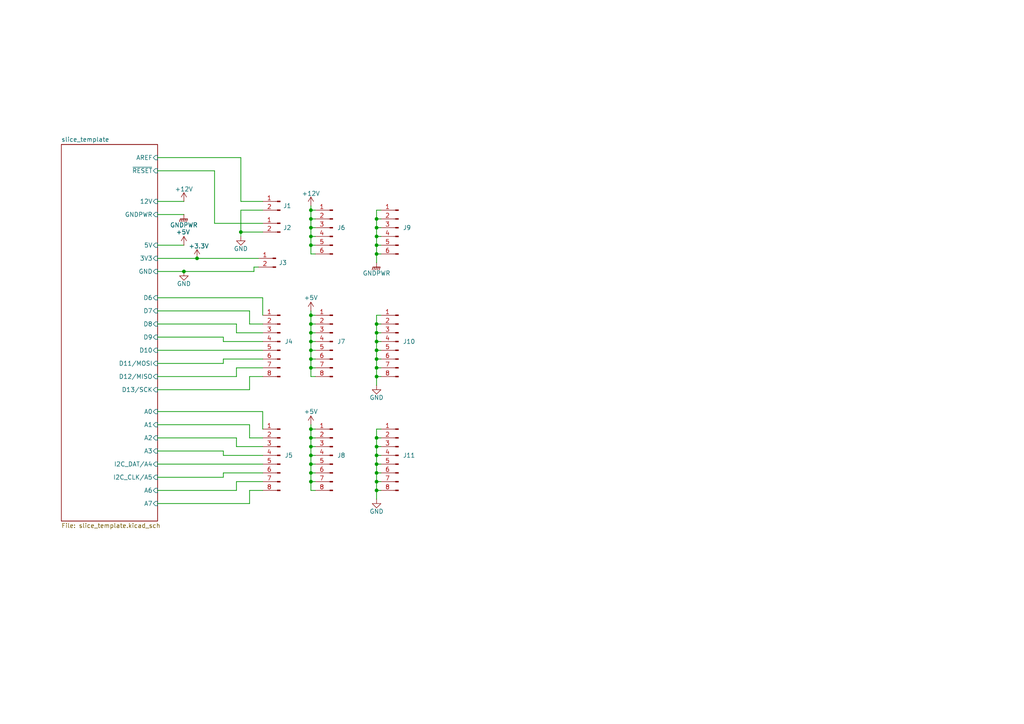
<source format=kicad_sch>
(kicad_sch (version 20250114) (generator "eeschema") (generator_version "9.0")
  (paper "A4")
  (lib_symbols
    (symbol "Connector:Conn_01x02_Pin" (pin_names (offset 1.016) (hide yes))
      (property "Reference" "J" (at 0 2.54 0))
      (property "Value" "Conn_01x02_Pin" (at 0 -5.08 0))
      (symbol "Conn_01x02_Pin_1_1"
        (rectangle (start 0.8636 0.127) (end 0 -0.127) (stroke (width 0.1524)) (fill (type outline)))
        (rectangle (start 0.8636 -2.413) (end 0 -2.667) (stroke (width 0.1524)) (fill (type outline)))
        (polyline (pts (xy 1.27 0) (xy 0.8636 0)) (stroke (width 0.1524)))
        (polyline (pts (xy 1.27 -2.54) (xy 0.8636 -2.54)) (stroke (width 0.1524)))
        (pin passive line (at 5.08 0 180) (length 3.81) (name "Pin_1") (number "1"))
        (pin passive line (at 5.08 -2.54 180) (length 3.81) (name "Pin_2") (number "2"))
      )
    )
    (symbol "Connector:Conn_01x06_Pin" (pin_names (offset 1.016) (hide yes))
      (property "Reference" "J" (at 0 7.62 0))
      (property "Value" "Conn_01x06_Pin" (at 0 -10.16 0))
      (symbol "Conn_01x06_Pin_1_1"
        (rectangle (start 0.8636 5.207) (end 0 4.953) (stroke (width 0.1524)) (fill (type outline)))
        (rectangle (start 0.8636 2.667) (end 0 2.413) (stroke (width 0.1524)) (fill (type outline)))
        (rectangle (start 0.8636 0.127) (end 0 -0.127) (stroke (width 0.1524)) (fill (type outline)))
        (rectangle (start 0.8636 -2.413) (end 0 -2.667) (stroke (width 0.1524)) (fill (type outline)))
        (rectangle (start 0.8636 -4.953) (end 0 -5.207) (stroke (width 0.1524)) (fill (type outline)))
        (rectangle (start 0.8636 -7.493) (end 0 -7.747) (stroke (width 0.1524)) (fill (type outline)))
        (polyline (pts (xy 1.27 5.08) (xy 0.8636 5.08)) (stroke (width 0.1524)))
        (polyline (pts (xy 1.27 2.54) (xy 0.8636 2.54)) (stroke (width 0.1524)))
        (polyline (pts (xy 1.27 0) (xy 0.8636 0)) (stroke (width 0.1524)))
        (polyline (pts (xy 1.27 -2.54) (xy 0.8636 -2.54)) (stroke (width 0.1524)))
        (polyline (pts (xy 1.27 -5.08) (xy 0.8636 -5.08)) (stroke (width 0.1524)))
        (polyline (pts (xy 1.27 -7.62) (xy 0.8636 -7.62)) (stroke (width 0.1524)))
        (pin passive line (at 5.08 5.08 180) (length 3.81) (name "Pin_1") (number "1"))
        (pin passive line (at 5.08 2.54 180) (length 3.81) (name "Pin_2") (number "2"))
        (pin passive line (at 5.08 0 180) (length 3.81) (name "Pin_3") (number "3"))
        (pin passive line (at 5.08 -2.54 180) (length 3.81) (name "Pin_4") (number "4"))
        (pin passive line (at 5.08 -5.08 180) (length 3.81) (name "Pin_5") (number "5"))
        (pin passive line (at 5.08 -7.62 180) (length 3.81) (name "Pin_6") (number "6"))
      )
    )
    (symbol "Connector:Conn_01x08_Pin" (pin_names (offset 1.016) (hide yes))
      (property "Reference" "J" (at 0 10.16 0))
      (property "Value" "Conn_01x08_Pin" (at 0 -12.7 0))
      (symbol "Conn_01x08_Pin_1_1"
        (rectangle (start 0.8636 7.747) (end 0 7.493) (stroke (width 0.1524)) (fill (type outline)))
        (rectangle (start 0.8636 5.207) (end 0 4.953) (stroke (width 0.1524)) (fill (type outline)))
        (rectangle (start 0.8636 2.667) (end 0 2.413) (stroke (width 0.1524)) (fill (type outline)))
        (rectangle (start 0.8636 0.127) (end 0 -0.127) (stroke (width 0.1524)) (fill (type outline)))
        (rectangle (start 0.8636 -2.413) (end 0 -2.667) (stroke (width 0.1524)) (fill (type outline)))
        (rectangle (start 0.8636 -4.953) (end 0 -5.207) (stroke (width 0.1524)) (fill (type outline)))
        (rectangle (start 0.8636 -7.493) (end 0 -7.747) (stroke (width 0.1524)) (fill (type outline)))
        (rectangle (start 0.8636 -10.033) (end 0 -10.287) (stroke (width 0.1524)) (fill (type outline)))
        (polyline (pts (xy 1.27 7.62) (xy 0.8636 7.62)) (stroke (width 0.1524)))
        (polyline (pts (xy 1.27 5.08) (xy 0.8636 5.08)) (stroke (width 0.1524)))
        (polyline (pts (xy 1.27 2.54) (xy 0.8636 2.54)) (stroke (width 0.1524)))
        (polyline (pts (xy 1.27 0) (xy 0.8636 0)) (stroke (width 0.1524)))
        (polyline (pts (xy 1.27 -2.54) (xy 0.8636 -2.54)) (stroke (width 0.1524)))
        (polyline (pts (xy 1.27 -5.08) (xy 0.8636 -5.08)) (stroke (width 0.1524)))
        (polyline (pts (xy 1.27 -7.62) (xy 0.8636 -7.62)) (stroke (width 0.1524)))
        (polyline (pts (xy 1.27 -10.16) (xy 0.8636 -10.16)) (stroke (width 0.1524)))
        (pin passive line (at 5.08 7.62 180) (length 3.81) (name "Pin_1") (number "1"))
        (pin passive line (at 5.08 5.08 180) (length 3.81) (name "Pin_2") (number "2"))
        (pin passive line (at 5.08 2.54 180) (length 3.81) (name "Pin_3") (number "3"))
        (pin passive line (at 5.08 0 180) (length 3.81) (name "Pin_4") (number "4"))
        (pin passive line (at 5.08 -2.54 180) (length 3.81) (name "Pin_5") (number "5"))
        (pin passive line (at 5.08 -5.08 180) (length 3.81) (name "Pin_6") (number "6"))
        (pin passive line (at 5.08 -7.62 180) (length 3.81) (name "Pin_7") (number "7"))
        (pin passive line (at 5.08 -10.16 180) (length 3.81) (name "Pin_8") (number "8"))
      )
    )
    (symbol "power:+12V" (power) (pin_numbers (hide yes)) (pin_names (offset 0) (hide yes))
      (property "Value" "+12V" (at 0 3.556 0))
      (symbol "+12V_0_1"
        (polyline (pts (xy -0.762 1.27) (xy 0 2.54)))
        (polyline (pts (xy 0 2.54) (xy 0.762 1.27)))
        (polyline (pts (xy 0 0) (xy 0 2.54)))
      )
      (symbol "+12V_1_1"
        (pin power_in line (at 0 0 90) (length 0) (name "~") (number "1"))
      )
    )
    (symbol "power:+3.3V" (power) (pin_numbers (hide yes)) (pin_names (offset 0) (hide yes))
      (property "Value" "+3.3V" (at 0 3.556 0))
      (symbol "+3.3V_0_1"
        (polyline (pts (xy -0.762 1.27) (xy 0 2.54)))
        (polyline (pts (xy 0 2.54) (xy 0.762 1.27)))
        (polyline (pts (xy 0 0) (xy 0 2.54)))
      )
      (symbol "+3.3V_1_1"
        (pin power_in line (at 0 0 90) (length 0) (name "~") (number "1"))
      )
    )
    (symbol "power:+5V" (power) (pin_numbers (hide yes)) (pin_names (offset 0) (hide yes))
      (property "Value" "+5V" (at 0 3.556 0))
      (symbol "+5V_0_1"
        (polyline (pts (xy -0.762 1.27) (xy 0 2.54)))
        (polyline (pts (xy 0 2.54) (xy 0.762 1.27)))
        (polyline (pts (xy 0 0) (xy 0 2.54)))
      )
      (symbol "+5V_1_1"
        (pin power_in line (at 0 0 90) (length 0) (name "~") (number "1"))
      )
    )
    (symbol "power:GND" (power) (pin_numbers (hide yes)) (pin_names (offset 0) (hide yes))
      (property "Value" "GND" (at 0 -3.81 0))
      (symbol "GND_0_1"
        (polyline (pts (xy 0 0) (xy 0 -1.27) (xy 1.27 -1.27) (xy 0 -2.54) (xy -1.27 -1.27) (xy 0 -1.27)))
      )
      (symbol "GND_1_1"
        (pin power_in line (at 0 0 270) (length 0) (name "~") (number "1"))
      )
    )
    (symbol "power:GNDPWR" (power) (pin_numbers (hide yes)) (pin_names (offset 0) (hide yes))
      (property "Value" "GNDPWR" (at 0 -3.302 0))
      (symbol "GNDPWR_0_1"
        (polyline (pts (xy -1.016 -1.27) (xy -1.27 -2.032) (xy -1.27 -2.032)) (stroke (width 0.2032)))
        (polyline (pts (xy -0.508 -1.27) (xy -0.762 -2.032) (xy -0.762 -2.032)) (stroke (width 0.2032)))
        (polyline (pts (xy 0 -1.27) (xy 0 0)))
        (polyline (pts (xy 0 -1.27) (xy -0.254 -2.032) (xy -0.254 -2.032)) (stroke (width 0.2032)))
        (polyline (pts (xy 0.508 -1.27) (xy 0.254 -2.032) (xy 0.254 -2.032)) (stroke (width 0.2032)))
        (polyline (pts (xy 1.016 -1.27) (xy -1.016 -1.27) (xy -1.016 -1.27)) (stroke (width 0.2032)))
        (polyline (pts (xy 1.016 -1.27) (xy 0.762 -2.032) (xy 0.762 -2.032) (xy 0.762 -2.032)) (stroke (width 0.2032)))
      )
      (symbol "GNDPWR_1_1"
        (pin power_in line (at 0 0 270) (length 0) (name "~") (number "1"))
      )
    )
  )
  (text "Color Scheme Legend:\n----------------------------------------------------------\ncolor		-	value		-	reference\n----------------------------------------------------------\n• Red		-	red3		-	Analog 5V Supply (e.g., for amps, ADC, references)\n• Brown		-	orange1		-	Analog Ground (sensor/amp/ADC ground)\n• Orange	-	orange3		-	Digital 5V Supply (MCU, digital circuits)\n• Black		-	black		-	Digital Ground (MCU ground)\n• Pink		-	magenta3	-	12V Source Supply (from 12V rail on backplane)\n• Blue		-	blue3		-	Clock Signals (oscillator, ADC CLKIN, SPI SCLK)\n• Green		-	green3		-	Analog Signals (amp outputs to ADC + inputs)\n• Yellow	-	yellow3		-	SPI Control (CS, SYNC/RESET, etc.)\n• Purple	-	#A020F0		-	Special/Reference/Control Signals\n• Grey		-	gray2		-	Miscellaneous/Unassigned\n• Teal		-	cyan2		-	Template/Backplane Connections\n----------------------------------------------------------" (at 11.684 236.982 0) (effects (font (size 1.905 1.905)) (justify left)))
  (junction (at 69.85 67.31))
  (junction (at 109.22 68.58))
  (junction (at 109.22 106.68))
  (junction (at 90.17 104.14))
  (junction (at 109.22 93.98))
  (junction (at 90.17 63.5))
  (junction (at 109.22 63.5))
  (junction (at 90.17 68.58))
  (junction (at 109.22 109.22))
  (junction (at 53.34 78.74))
  (junction (at 57.15 74.93))
  (junction (at 109.22 132.08))
  (junction (at 109.22 129.54))
  (junction (at 109.22 101.6))
  (junction (at 90.17 93.98))
  (junction (at 90.17 129.54))
  (junction (at 109.22 96.52))
  (junction (at 109.22 66.04))
  (junction (at 90.17 91.44))
  (junction (at 109.22 104.14))
  (junction (at 109.22 71.12))
  (junction (at 90.17 137.16))
  (junction (at 90.17 124.46))
  (junction (at 90.17 106.68))
  (junction (at 109.22 99.06))
  (junction (at 90.17 134.62))
  (junction (at 90.17 101.6))
  (junction (at 90.17 139.7))
  (junction (at 109.22 137.16))
  (junction (at 109.22 134.62))
  (junction (at 109.22 73.66))
  (junction (at 90.17 127))
  (junction (at 90.17 96.52))
  (junction (at 109.22 142.24))
  (junction (at 90.17 66.04))
  (junction (at 90.17 132.08))
  (junction (at 90.17 71.12))
  (junction (at 109.22 127))
  (junction (at 90.17 60.96))
  (junction (at 109.22 139.7))
  (junction (at 90.17 99.06))
  (wire (pts (xy 73.66 77.47) (xy 73.66 78.74)) (stroke (width 0.2032)))
  (wire (pts (xy 109.22 106.68) (xy 109.22 104.14)) (stroke (width 0.2032)))
  (wire (pts (xy 68.58 142.24) (xy 68.58 139.7)) (stroke (width 0.2032)))
  (wire (pts (xy 109.22 66.04) (xy 109.22 63.5)) (stroke (width 0.2032)))
  (wire (pts (xy 45.72 97.79) (xy 64.77 97.79)) (stroke (width 0.2032)))
  (wire (pts (xy 76.2 60.96) (xy 69.85 60.96)) (stroke (width 0.2032)))
  (wire (pts (xy 68.58 106.68) (xy 76.2 106.68)) (stroke (width 0.2032)))
  (wire (pts (xy 90.17 60.96) (xy 90.17 63.5)) (stroke (width 0.2032)))
  (wire (pts (xy 109.22 66.04) (xy 110.49 66.04)) (stroke (width 0.2032)))
  (wire (pts (xy 109.22 96.52) (xy 110.49 96.52)) (stroke (width 0.2032)))
  (wire (pts (xy 90.17 124.46) (xy 91.44 124.46)) (stroke (width 0.2032)))
  (wire (pts (xy 90.17 68.58) (xy 91.44 68.58)) (stroke (width 0.2032)))
  (wire (pts (xy 109.22 109.22) (xy 110.49 109.22)) (stroke (width 0.2032)))
  (wire (pts (xy 109.22 99.06) (xy 109.22 96.52)) (stroke (width 0.2032)))
  (wire (pts (xy 72.39 109.22) (xy 76.2 109.22)) (stroke (width 0.2032)))
  (wire (pts (xy 90.17 139.7) (xy 91.44 139.7)) (stroke (width 0.2032)))
  (wire (pts (xy 73.66 78.74) (xy 53.34 78.74)) (stroke (width 0.2032)))
  (wire (pts (xy 45.72 123.19) (xy 72.39 123.19)) (stroke (width 0.2032)))
  (wire (pts (xy 109.22 134.62) (xy 109.22 132.08)) (stroke (width 0.2032)))
  (wire (pts (xy 64.77 137.16) (xy 64.77 138.43)) (stroke (width 0.2032)))
  (wire (pts (xy 90.17 106.68) (xy 90.17 109.22)) (stroke (width 0.2032)))
  (wire (pts (xy 69.85 58.42) (xy 76.2 58.42)) (stroke (width 0.2032)))
  (wire (pts (xy 74.93 77.47) (xy 73.66 77.47)) (stroke (width 0.2032)))
  (wire (pts (xy 90.17 60.96) (xy 91.44 60.96)) (stroke (width 0.2032)))
  (wire (pts (xy 45.72 93.98) (xy 68.58 93.98)) (stroke (width 0.2032)))
  (wire (pts (xy 64.77 104.14) (xy 76.2 104.14)) (stroke (width 0.2032)))
  (wire (pts (xy 72.39 93.98) (xy 76.2 93.98)) (stroke (width 0.2032)))
  (wire (pts (xy 90.17 127) (xy 91.44 127)) (stroke (width 0.2032)))
  (wire (pts (xy 90.17 90.17) (xy 90.17 91.44)) (stroke (width 0.2032)))
  (wire (pts (xy 109.22 99.06) (xy 110.49 99.06)) (stroke (width 0.2032)))
  (wire (pts (xy 72.39 146.05) (xy 72.39 142.24)) (stroke (width 0.2032)))
  (wire (pts (xy 109.22 129.54) (xy 109.22 127)) (stroke (width 0.2032)))
  (wire (pts (xy 90.17 63.5) (xy 90.17 66.04)) (stroke (width 0.2032)))
  (wire (pts (xy 109.22 63.5) (xy 110.49 63.5)) (stroke (width 0.2032)))
  (wire (pts (xy 45.72 78.74) (xy 53.34 78.74)) (stroke (width 0.2032)))
  (wire (pts (xy 109.22 60.96) (xy 110.49 60.96)) (stroke (width 0.2032)))
  (wire (pts (xy 109.22 129.54) (xy 110.49 129.54)) (stroke (width 0.2032)))
  (wire (pts (xy 90.17 99.06) (xy 90.17 101.6)) (stroke (width 0.2032)))
  (wire (pts (xy 45.72 146.05) (xy 72.39 146.05)) (stroke (width 0.2032)))
  (wire (pts (xy 62.23 64.77) (xy 76.2 64.77)) (stroke (width 0.2032)))
  (wire (pts (xy 45.72 109.22) (xy 68.58 109.22)) (stroke (width 0.2032)))
  (wire (pts (xy 68.58 129.54) (xy 76.2 129.54)) (stroke (width 0.2032)))
  (wire (pts (xy 109.22 73.66) (xy 110.49 73.66)) (stroke (width 0.2032)))
  (wire (pts (xy 69.85 67.31) (xy 76.2 67.31)) (stroke (width 0.2032)))
  (wire (pts (xy 45.72 134.62) (xy 76.2 134.62)) (stroke (width 0.2032)))
  (wire (pts (xy 90.17 132.08) (xy 90.17 134.62)) (stroke (width 0.2032)))
  (wire (pts (xy 109.22 142.24) (xy 110.49 142.24)) (stroke (width 0.2032)))
  (wire (pts (xy 90.17 71.12) (xy 90.17 73.66)) (stroke (width 0.2032)))
  (wire (pts (xy 64.77 105.41) (xy 45.72 105.41)) (stroke (width 0.2032)))
  (wire (pts (xy 90.17 109.22) (xy 91.44 109.22)) (stroke (width 0.2032)))
  (wire (pts (xy 45.72 130.81) (xy 64.77 130.81)) (stroke (width 0.2032)))
  (wire (pts (xy 68.58 93.98) (xy 68.58 96.52)) (stroke (width 0.2032)))
  (wire (pts (xy 64.77 138.43) (xy 45.72 138.43)) (stroke (width 0.2032)))
  (wire (pts (xy 109.22 73.66) (xy 109.22 71.12)) (stroke (width 0.2032)))
  (wire (pts (xy 109.22 91.44) (xy 110.49 91.44)) (stroke (width 0.2032)))
  (wire (pts (xy 90.17 71.12) (xy 91.44 71.12)) (stroke (width 0.2032)))
  (wire (pts (xy 90.17 137.16) (xy 90.17 139.7)) (stroke (width 0.2032)))
  (wire (pts (xy 68.58 139.7) (xy 76.2 139.7)) (stroke (width 0.2032)))
  (wire (pts (xy 69.85 45.72) (xy 69.85 58.42)) (stroke (width 0.2032)))
  (wire (pts (xy 45.72 71.12) (xy 53.34 71.12)) (stroke (width 0.2032)))
  (wire (pts (xy 45.72 86.36) (xy 76.2 86.36)) (stroke (width 0.2032)))
  (wire (pts (xy 109.22 137.16) (xy 109.22 134.62)) (stroke (width 0.2032)))
  (wire (pts (xy 109.22 93.98) (xy 109.22 91.44)) (stroke (width 0.2032)))
  (wire (pts (xy 109.22 139.7) (xy 109.22 137.16)) (stroke (width 0.2032)))
  (wire (pts (xy 90.17 101.6) (xy 90.17 104.14)) (stroke (width 0.2032)))
  (wire (pts (xy 109.22 137.16) (xy 110.49 137.16)) (stroke (width 0.2032)))
  (wire (pts (xy 109.22 132.08) (xy 110.49 132.08)) (stroke (width 0.2032)))
  (wire (pts (xy 45.72 58.42) (xy 53.34 58.42)) (stroke (width 0.2032)))
  (wire (pts (xy 57.15 74.93) (xy 74.93 74.93)) (stroke (width 0.2032)))
  (wire (pts (xy 69.85 60.96) (xy 69.85 67.31)) (stroke (width 0.2032)))
  (wire (pts (xy 45.72 45.72) (xy 69.85 45.72)) (stroke (width 0.2032)))
  (wire (pts (xy 109.22 96.52) (xy 109.22 93.98)) (stroke (width 0.2032)))
  (wire (pts (xy 109.22 106.68) (xy 110.49 106.68)) (stroke (width 0.2032)))
  (wire (pts (xy 69.85 68.58) (xy 69.85 67.31)))
  (wire (pts (xy 68.58 96.52) (xy 76.2 96.52)) (stroke (width 0.2032)))
  (wire (pts (xy 109.22 109.22) (xy 109.22 106.68)) (stroke (width 0.2032)))
  (wire (pts (xy 72.39 142.24) (xy 76.2 142.24)) (stroke (width 0.2032)))
  (wire (pts (xy 90.17 68.58) (xy 90.17 71.12)) (stroke (width 0.2032)))
  (wire (pts (xy 90.17 59.69) (xy 90.17 60.96)) (stroke (width 0.2032)))
  (wire (pts (xy 109.22 127) (xy 109.22 124.46)) (stroke (width 0.2032)))
  (wire (pts (xy 76.2 119.38) (xy 76.2 124.46)) (stroke (width 0.2032)))
  (wire (pts (xy 64.77 99.06) (xy 76.2 99.06)) (stroke (width 0.2032)))
  (wire (pts (xy 109.22 104.14) (xy 110.49 104.14)) (stroke (width 0.2032)))
  (wire (pts (xy 90.17 139.7) (xy 90.17 142.24)) (stroke (width 0.2032)))
  (wire (pts (xy 109.22 101.6) (xy 109.22 99.06)) (stroke (width 0.2032)))
  (wire (pts (xy 109.22 71.12) (xy 109.22 68.58)) (stroke (width 0.2032)))
  (wire (pts (xy 45.72 142.24) (xy 68.58 142.24)) (stroke (width 0.2032)))
  (wire (pts (xy 90.17 123.19) (xy 90.17 124.46)) (stroke (width 0.2032)))
  (wire (pts (xy 90.17 66.04) (xy 90.17 68.58)) (stroke (width 0.2032)))
  (wire (pts (xy 109.22 71.12) (xy 110.49 71.12)) (stroke (width 0.2032)))
  (wire (pts (xy 72.39 90.17) (xy 72.39 93.98)) (stroke (width 0.2032)))
  (wire (pts (xy 45.72 119.38) (xy 76.2 119.38)) (stroke (width 0.2032)))
  (wire (pts (xy 64.77 130.81) (xy 64.77 132.08)) (stroke (width 0.2032)))
  (wire (pts (xy 90.17 101.6) (xy 91.44 101.6)) (stroke (width 0.2032)))
  (wire (pts (xy 109.22 93.98) (xy 110.49 93.98)) (stroke (width 0.2032)))
  (wire (pts (xy 64.77 104.14) (xy 64.77 105.41)) (stroke (width 0.2032)))
  (wire (pts (xy 90.17 73.66) (xy 91.44 73.66)) (stroke (width 0.2032)))
  (wire (pts (xy 90.17 129.54) (xy 91.44 129.54)) (stroke (width 0.2032)))
  (wire (pts (xy 64.77 132.08) (xy 76.2 132.08)) (stroke (width 0.2032)))
  (wire (pts (xy 90.17 91.44) (xy 90.17 93.98)) (stroke (width 0.2032)))
  (wire (pts (xy 109.22 144.78) (xy 109.22 142.24)) (stroke (width 0.2032)))
  (wire (pts (xy 109.22 124.46) (xy 110.49 124.46)) (stroke (width 0.2032)))
  (wire (pts (xy 45.72 74.93) (xy 57.15 74.93)) (stroke (width 0.2032)))
  (wire (pts (xy 109.22 76.2) (xy 109.22 73.66)) (stroke (width 0.2032)))
  (wire (pts (xy 90.17 63.5) (xy 91.44 63.5)) (stroke (width 0.2032)))
  (wire (pts (xy 45.72 113.03) (xy 72.39 113.03)) (stroke (width 0.2032)))
  (wire (pts (xy 109.22 127) (xy 110.49 127)) (stroke (width 0.2032)))
  (wire (pts (xy 109.22 134.62) (xy 110.49 134.62)) (stroke (width 0.2032)))
  (wire (pts (xy 45.72 90.17) (xy 72.39 90.17)) (stroke (width 0.2032)))
  (wire (pts (xy 62.23 49.53) (xy 62.23 64.77)) (stroke (width 0.2032)))
  (wire (pts (xy 68.58 109.22) (xy 68.58 106.68)) (stroke (width 0.2032)))
  (wire (pts (xy 45.72 49.53) (xy 62.23 49.53)) (stroke (width 0.2032)))
  (wire (pts (xy 109.22 63.5) (xy 109.22 60.96)) (stroke (width 0.2032)))
  (wire (pts (xy 45.72 62.23) (xy 53.34 62.23)) (stroke (width 0.2032)))
  (wire (pts (xy 72.39 123.19) (xy 72.39 127)) (stroke (width 0.2032)))
  (wire (pts (xy 45.72 127) (xy 68.58 127)) (stroke (width 0.2032)))
  (wire (pts (xy 72.39 127) (xy 76.2 127)) (stroke (width 0.2032)))
  (wire (pts (xy 45.72 101.6) (xy 76.2 101.6)) (stroke (width 0.2032)))
  (wire (pts (xy 90.17 137.16) (xy 91.44 137.16)) (stroke (width 0.2032)))
  (wire (pts (xy 90.17 142.24) (xy 91.44 142.24)) (stroke (width 0.2032)))
  (wire (pts (xy 76.2 86.36) (xy 76.2 91.44)) (stroke (width 0.2032)))
  (wire (pts (xy 109.22 111.76) (xy 109.22 109.22)) (stroke (width 0.2032)))
  (wire (pts (xy 64.77 97.79) (xy 64.77 99.06)) (stroke (width 0.2032)))
  (wire (pts (xy 90.17 104.14) (xy 91.44 104.14)) (stroke (width 0.2032)))
  (wire (pts (xy 90.17 93.98) (xy 91.44 93.98)) (stroke (width 0.2032)))
  (wire (pts (xy 90.17 132.08) (xy 91.44 132.08)) (stroke (width 0.2032)))
  (wire (pts (xy 109.22 142.24) (xy 109.22 139.7)) (stroke (width 0.2032)))
  (wire (pts (xy 90.17 134.62) (xy 91.44 134.62)) (stroke (width 0.2032)))
  (wire (pts (xy 90.17 66.04) (xy 91.44 66.04)) (stroke (width 0.2032)))
  (wire (pts (xy 68.58 127) (xy 68.58 129.54)) (stroke (width 0.2032)))
  (wire (pts (xy 109.22 68.58) (xy 109.22 66.04)) (stroke (width 0.2032)))
  (wire (pts (xy 109.22 139.7) (xy 110.49 139.7)) (stroke (width 0.2032)))
  (wire (pts (xy 109.22 104.14) (xy 109.22 101.6)) (stroke (width 0.2032)))
  (wire (pts (xy 109.22 68.58) (xy 110.49 68.58)) (stroke (width 0.2032)))
  (wire (pts (xy 90.17 93.98) (xy 90.17 96.52)) (stroke (width 0.2032)))
  (wire (pts (xy 90.17 127) (xy 90.17 129.54)) (stroke (width 0.2032)))
  (wire (pts (xy 64.77 137.16) (xy 76.2 137.16)) (stroke (width 0.2032)))
  (wire (pts (xy 90.17 106.68) (xy 91.44 106.68)) (stroke (width 0.2032)))
  (wire (pts (xy 90.17 129.54) (xy 90.17 132.08)) (stroke (width 0.2032)))
  (wire (pts (xy 90.17 124.46) (xy 90.17 127)) (stroke (width 0.2032)))
  (wire (pts (xy 109.22 101.6) (xy 110.49 101.6)) (stroke (width 0.2032)))
  (wire (pts (xy 90.17 96.52) (xy 91.44 96.52)) (stroke (width 0.2032)))
  (wire (pts (xy 90.17 134.62) (xy 90.17 137.16)) (stroke (width 0.2032)))
  (wire (pts (xy 90.17 91.44) (xy 91.44 91.44)) (stroke (width 0.2032)))
  (wire (pts (xy 90.17 104.14) (xy 90.17 106.68)) (stroke (width 0.2032)))
  (wire (pts (xy 109.22 132.08) (xy 109.22 129.54)) (stroke (width 0.2032)))
  (wire (pts (xy 72.39 113.03) (xy 72.39 109.22)) (stroke (width 0.2032)))
  (wire (pts (xy 90.17 99.06) (xy 91.44 99.06)) (stroke (width 0.2032)))
  (wire (pts (xy 90.17 96.52) (xy 90.17 99.06)) (stroke (width 0.2032)))
  (symbol (lib_id "Connector:Conn_01x06_Pin") (at 96.52 66.04 0) (mirror y) (unit 1)
    (property "Reference" "J6" (at 97.79 66.0399 0) (effects (justify right)))
    (property "Value" "Conn_01x06_Pin" (effects (hide yes)))
    (property "Footprint" "Connector_PinHeader_2.54mm:PinHeader_1x06_P2.54mm_Vertical" (effects (hide yes)))
    (property "Description" "Generic connector, single row, 01x06, script generated" (effects (hide yes)))
  )
  (symbol (lib_id "power:+12V") (at 53.34 58.42 0) (unit 1)
    (property "Reference" "#PWR01" (effects (hide yes)))
    (property "Value" "+12V" (at 53.34 54.864 0))
    (property "Description" "Power symbol creates a global label with name \"+12V\"" (effects (hide yes)))
  )
  (symbol (lib_id "Connector:Conn_01x08_Pin") (at 96.52 99.06 0) (mirror y) (unit 1)
    (property "Reference" "J7" (at 97.79 99.0599 0) (effects (justify right)))
    (property "Value" "Conn_01x08_Pin" (effects (hide yes)))
    (property "Footprint" "Connector_PinHeader_2.54mm:PinHeader_1x08_P2.54mm_Vertical" (effects (hide yes)))
    (property "Description" "Generic connector, single row, 01x08, script generated" (effects (hide yes)))
  )
  (symbol (lib_id "Connector:Conn_01x02_Pin") (at 81.28 64.77 0) (mirror y) (unit 1)
    (property "Reference" "J2" (at 83.312 66.04 0))
    (property "Value" "Conn_01x02_Pin" (effects (hide yes)))
    (property "Footprint" "Connector_PinHeader_2.54mm:PinHeader_1x02_P2.54mm_Vertical" (effects (hide yes)))
    (property "Description" "Generic connector, single row, 01x02, script generated" (effects (hide yes)))
  )
  (symbol (lib_id "power:+5V") (at 90.17 90.17 0) (unit 1)
    (property "Reference" "#PWR08" (effects (hide yes)))
    (property "Value" "+5V" (at 90.17 86.36 0))
    (property "Description" "Power symbol creates a global label with name \"+5V\"" (effects (hide yes)))
  )
  (symbol (lib_id "Connector:Conn_01x08_Pin") (at 115.57 132.08 0) (mirror y) (unit 1)
    (property "Reference" "J11" (at 116.84 132.0799 0) (effects (justify right)))
    (property "Value" "Conn_01x08_Pin" (effects (hide yes)))
    (property "Footprint" "Connector_PinHeader_2.54mm:PinHeader_1x08_P2.54mm_Vertical" (effects (hide yes)))
    (property "Description" "Generic connector, single row, 01x08, script generated" (effects (hide yes)))
  )
  (symbol (lib_id "power:+5V") (at 53.34 71.12 0) (unit 1)
    (property "Reference" "#PWR03" (effects (hide yes)))
    (property "Value" "+5V" (at 53.086 67.31 0))
    (property "Description" "Power symbol creates a global label with name \"+5V\"" (effects (hide yes)))
  )
  (symbol (lib_id "power:GNDPWR") (at 53.34 62.23 0) (unit 1)
    (property "Reference" "#PWR02" (effects (hide yes)))
    (property "Value" "GNDPWR" (at 53.34 65.278 0))
    (property "Description" "Power symbol creates a global label with name \"GNDPWR\" , global ground" (effects (hide yes)))
  )
  (symbol (lib_id "Connector:Conn_01x06_Pin") (at 115.57 66.04 0) (mirror y) (unit 1)
    (property "Reference" "J9" (at 116.84 66.0399 0) (effects (justify right)))
    (property "Value" "Conn_01x06_Pin" (effects (hide yes)))
    (property "Footprint" "Connector_PinHeader_2.54mm:PinHeader_1x06_P2.54mm_Vertical" (effects (hide yes)))
    (property "Description" "Generic connector, single row, 01x06, script generated" (effects (hide yes)))
  )
  (symbol (lib_id "power:GNDPWR") (at 109.22 76.2 0) (unit 1)
    (property "Reference" "#PWR010" (effects (hide yes)))
    (property "Value" "GNDPWR" (at 109.22 79.248 0))
    (property "Description" "Power symbol creates a global label with name \"GNDPWR\" , global ground" (effects (hide yes)))
  )
  (symbol (lib_id "power:GND") (at 109.22 111.76 0) (unit 1)
    (property "Reference" "#PWR011" (effects (hide yes)))
    (property "Value" "GND" (at 109.22 115.316 0))
    (property "Description" "Power symbol creates a global label with name \"GND\" , ground" (effects (hide yes)))
  )
  (symbol (lib_id "Connector:Conn_01x08_Pin") (at 81.28 132.08 0) (mirror y) (unit 1)
    (property "Reference" "J5" (at 82.55 132.0799 0) (effects (justify right)))
    (property "Value" "Conn_01x08_Pin" (effects (hide yes)))
    (property "Footprint" "Connector_PinHeader_2.54mm:PinHeader_1x08_P2.54mm_Vertical" (effects (hide yes)))
    (property "Description" "Generic connector, single row, 01x08, script generated" (effects (hide yes)))
  )
  (symbol (lib_id "Connector:Conn_01x08_Pin") (at 96.52 132.08 0) (mirror y) (unit 1)
    (property "Reference" "J8" (at 97.79 132.0799 0) (effects (justify right)))
    (property "Value" "Conn_01x08_Pin" (effects (hide yes)))
    (property "Footprint" "Connector_PinHeader_2.54mm:PinHeader_1x08_P2.54mm_Vertical" (effects (hide yes)))
    (property "Description" "Generic connector, single row, 01x08, script generated" (effects (hide yes)))
  )
  (symbol (lib_id "power:GND") (at 53.34 78.74 0) (unit 1)
    (property "Reference" "#PWR04" (effects (hide yes)))
    (property "Value" "GND" (at 53.34 82.296 0))
    (property "Description" "Power symbol creates a global label with name \"GND\" , ground" (effects (hide yes)))
  )
  (symbol (lib_id "power:+3.3V") (at 57.15 74.93 0) (unit 1)
    (property "Reference" "#PWR05" (effects (hide yes)))
    (property "Value" "+3.3V" (at 57.658 71.374 0))
    (property "Description" "Power symbol creates a global label with name \"+3.3V\"" (effects (hide yes)))
  )
  (symbol (lib_id "Connector:Conn_01x08_Pin") (at 81.28 99.06 0) (mirror y) (unit 1)
    (property "Reference" "J4" (at 82.55 99.0599 0) (effects (justify right)))
    (property "Value" "Conn_01x08_Pin" (effects (hide yes)))
    (property "Footprint" "Connector_PinHeader_2.54mm:PinHeader_1x08_P2.54mm_Vertical" (effects (hide yes)))
    (property "Description" "Generic connector, single row, 01x08, script generated" (effects (hide yes)))
  )
  (symbol (lib_id "Connector:Conn_01x02_Pin") (at 81.28 58.42 0) (mirror y) (unit 1)
    (property "Reference" "J1" (at 83.312 59.69 0))
    (property "Value" "Conn_01x02_Pin" (effects (hide yes)))
    (property "Footprint" "Connector_PinHeader_2.54mm:PinHeader_1x02_P2.54mm_Vertical" (effects (hide yes)))
    (property "Description" "Generic connector, single row, 01x02, script generated" (effects (hide yes)))
  )
  (symbol (lib_id "power:+5V") (at 90.17 123.19 0) (unit 1)
    (property "Reference" "#PWR09" (effects (hide yes)))
    (property "Value" "+5V" (at 90.17 119.38 0))
    (property "Description" "Power symbol creates a global label with name \"+5V\"" (effects (hide yes)))
  )
  (symbol (lib_id "power:+12V") (at 90.17 59.69 0) (unit 1)
    (property "Reference" "#PWR07" (effects (hide yes)))
    (property "Value" "+12V" (at 90.17 56.134 0))
    (property "Description" "Power symbol creates a global label with name \"+12V\"" (effects (hide yes)))
  )
  (symbol (lib_id "power:GND") (at 69.85 68.58 0) (unit 1)
    (property "Reference" "#PWR06" (effects (hide yes)))
    (property "Value" "GND" (at 69.85 72.136 0))
    (property "Description" "Power symbol creates a global label with name \"GND\" , ground" (effects (hide yes)))
  )
  (symbol (lib_id "power:GND") (at 109.22 144.78 0) (unit 1)
    (property "Reference" "#PWR012" (effects (hide yes)))
    (property "Value" "GND" (at 109.22 148.336 0))
    (property "Description" "Power symbol creates a global label with name \"GND\" , ground" (effects (hide yes)))
  )
  (symbol (lib_id "Connector:Conn_01x08_Pin") (at 115.57 99.06 0) (mirror y) (unit 1)
    (property "Reference" "J10" (at 116.84 99.0599 0) (effects (justify right)))
    (property "Value" "Conn_01x08_Pin" (effects (hide yes)))
    (property "Footprint" "Connector_PinHeader_2.54mm:PinHeader_1x08_P2.54mm_Vertical" (effects (hide yes)))
    (property "Description" "Generic connector, single row, 01x08, script generated" (effects (hide yes)))
  )
  (symbol (lib_id "Connector:Conn_01x02_Pin") (at 80.01 74.93 0) (mirror y) (unit 1)
    (property "Reference" "J3" (at 82.042 76.2 0))
    (property "Value" "Conn_01x02_Pin" (effects (hide yes)))
    (property "Footprint" "Connector_PinHeader_2.54mm:PinHeader_1x02_P2.54mm_Vertical" (effects (hide yes)))
    (property "Description" "Generic connector, single row, 01x02, script generated" (effects (hide yes)))
  )
  (sheet (at 17.78 41.91) (size 27.94 109.22) (stroke (width 0.1524))
    (property "Sheetname" "slice_template" (at 17.78 41.1984 0) (effects (justify left bottom)))
    (property "Sheetfile" "slice_template.kicad_sch" (at 17.78 151.7146 0) (effects (justify left top)))
    (pin "3V3" input (at 45.72 74.93 0))
    (pin "5V" input (at 45.72 71.12 0))
    (pin "12V" input (at 45.72 58.42 0))
    (pin "A0" input (at 45.72 119.38 0))
    (pin "A1" input (at 45.72 123.19 0))
    (pin "A2" input (at 45.72 127 0))
    (pin "A3" input (at 45.72 130.81 0))
    (pin "A6" input (at 45.72 142.24 0))
    (pin "A7" input (at 45.72 146.05 0))
    (pin "AREF" input (at 45.72 45.72 0))
    (pin "D6" input (at 45.72 86.36 0))
    (pin "D7" input (at 45.72 90.17 0))
    (pin "D8" input (at 45.72 93.98 0))
    (pin "D9" input (at 45.72 97.79 0))
    (pin "D10" input (at 45.72 101.6 0))
    (pin "D11{slash}MOSI" input (at 45.72 105.41 0))
    (pin "D12{slash}MISO" input (at 45.72 109.22 0))
    (pin "D13{slash}SCK" input (at 45.72 113.03 0))
    (pin "GND" input (at 45.72 78.74 0))
    (pin "GNDPWR" input (at 45.72 62.23 0))
    (pin "I2C_CLK{slash}A5" input (at 45.72 138.43 0))
    (pin "I2C_DAT{slash}A4" input (at 45.72 134.62 0))
    (pin "~{RESET}" input (at 45.72 49.53 0))
  )
)
</source>
